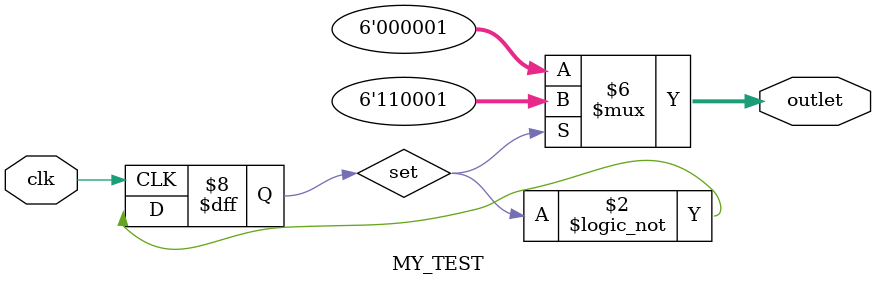
<source format=v>
module MY_TEST
(
	input clk,
	output reg [5:0] outlet
);

reg set;

initial 
begin
	outlet = 6'd0;
	set = 0;
end

always @(posedge clk)
begin
	set = !set;
end

always @(set)
begin
	if(set) outlet <= 6'd49; 
	else outlet <= 2'd01; 
end

endmodule

</source>
